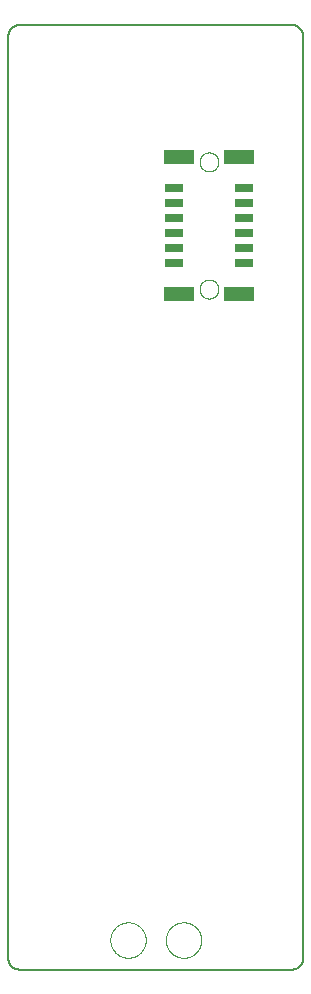
<source format=gbp>
G75*
%MOIN*%
%OFA0B0*%
%FSLAX25Y25*%
%IPPOS*%
%LPD*%
%AMOC8*
5,1,8,0,0,1.08239X$1,22.5*
%
%ADD10C,0.00500*%
%ADD11R,0.05906X0.03150*%
%ADD12R,0.09843X0.04724*%
%ADD13C,0.00000*%
D10*
X0005000Y0013705D02*
X0005000Y0320791D01*
X0005002Y0320915D01*
X0005008Y0321038D01*
X0005017Y0321162D01*
X0005031Y0321284D01*
X0005048Y0321407D01*
X0005070Y0321529D01*
X0005095Y0321650D01*
X0005124Y0321770D01*
X0005156Y0321889D01*
X0005193Y0322008D01*
X0005233Y0322125D01*
X0005276Y0322240D01*
X0005324Y0322355D01*
X0005375Y0322467D01*
X0005429Y0322578D01*
X0005487Y0322688D01*
X0005548Y0322795D01*
X0005613Y0322901D01*
X0005681Y0323004D01*
X0005752Y0323105D01*
X0005826Y0323204D01*
X0005903Y0323301D01*
X0005984Y0323395D01*
X0006067Y0323486D01*
X0006153Y0323575D01*
X0006242Y0323661D01*
X0006333Y0323744D01*
X0006427Y0323825D01*
X0006524Y0323902D01*
X0006623Y0323976D01*
X0006724Y0324047D01*
X0006827Y0324115D01*
X0006933Y0324180D01*
X0007040Y0324241D01*
X0007150Y0324299D01*
X0007261Y0324353D01*
X0007373Y0324404D01*
X0007488Y0324452D01*
X0007603Y0324495D01*
X0007720Y0324535D01*
X0007839Y0324572D01*
X0007958Y0324604D01*
X0008078Y0324633D01*
X0008199Y0324658D01*
X0008321Y0324680D01*
X0008444Y0324697D01*
X0008566Y0324711D01*
X0008690Y0324720D01*
X0008813Y0324726D01*
X0008937Y0324728D01*
X0099488Y0324728D01*
X0099612Y0324726D01*
X0099735Y0324720D01*
X0099859Y0324711D01*
X0099981Y0324697D01*
X0100104Y0324680D01*
X0100226Y0324658D01*
X0100347Y0324633D01*
X0100467Y0324604D01*
X0100586Y0324572D01*
X0100705Y0324535D01*
X0100822Y0324495D01*
X0100937Y0324452D01*
X0101052Y0324404D01*
X0101164Y0324353D01*
X0101275Y0324299D01*
X0101385Y0324241D01*
X0101492Y0324180D01*
X0101598Y0324115D01*
X0101701Y0324047D01*
X0101802Y0323976D01*
X0101901Y0323902D01*
X0101998Y0323825D01*
X0102092Y0323744D01*
X0102183Y0323661D01*
X0102272Y0323575D01*
X0102358Y0323486D01*
X0102441Y0323395D01*
X0102522Y0323301D01*
X0102599Y0323204D01*
X0102673Y0323105D01*
X0102744Y0323004D01*
X0102812Y0322901D01*
X0102877Y0322795D01*
X0102938Y0322688D01*
X0102996Y0322578D01*
X0103050Y0322467D01*
X0103101Y0322355D01*
X0103149Y0322240D01*
X0103192Y0322125D01*
X0103232Y0322008D01*
X0103269Y0321889D01*
X0103301Y0321770D01*
X0103330Y0321650D01*
X0103355Y0321529D01*
X0103377Y0321407D01*
X0103394Y0321284D01*
X0103408Y0321162D01*
X0103417Y0321038D01*
X0103423Y0320915D01*
X0103425Y0320791D01*
X0103425Y0013705D01*
X0103423Y0013581D01*
X0103417Y0013458D01*
X0103408Y0013334D01*
X0103394Y0013212D01*
X0103377Y0013089D01*
X0103355Y0012967D01*
X0103330Y0012846D01*
X0103301Y0012726D01*
X0103269Y0012607D01*
X0103232Y0012488D01*
X0103192Y0012371D01*
X0103149Y0012256D01*
X0103101Y0012141D01*
X0103050Y0012029D01*
X0102996Y0011918D01*
X0102938Y0011808D01*
X0102877Y0011701D01*
X0102812Y0011595D01*
X0102744Y0011492D01*
X0102673Y0011391D01*
X0102599Y0011292D01*
X0102522Y0011195D01*
X0102441Y0011101D01*
X0102358Y0011010D01*
X0102272Y0010921D01*
X0102183Y0010835D01*
X0102092Y0010752D01*
X0101998Y0010671D01*
X0101901Y0010594D01*
X0101802Y0010520D01*
X0101701Y0010449D01*
X0101598Y0010381D01*
X0101492Y0010316D01*
X0101385Y0010255D01*
X0101275Y0010197D01*
X0101164Y0010143D01*
X0101052Y0010092D01*
X0100937Y0010044D01*
X0100822Y0010001D01*
X0100705Y0009961D01*
X0100586Y0009924D01*
X0100467Y0009892D01*
X0100347Y0009863D01*
X0100226Y0009838D01*
X0100104Y0009816D01*
X0099981Y0009799D01*
X0099859Y0009785D01*
X0099735Y0009776D01*
X0099612Y0009770D01*
X0099488Y0009768D01*
X0008937Y0009768D01*
X0008813Y0009770D01*
X0008690Y0009776D01*
X0008566Y0009785D01*
X0008444Y0009799D01*
X0008321Y0009816D01*
X0008199Y0009838D01*
X0008078Y0009863D01*
X0007958Y0009892D01*
X0007839Y0009924D01*
X0007720Y0009961D01*
X0007603Y0010001D01*
X0007488Y0010044D01*
X0007373Y0010092D01*
X0007261Y0010143D01*
X0007150Y0010197D01*
X0007040Y0010255D01*
X0006933Y0010316D01*
X0006827Y0010381D01*
X0006724Y0010449D01*
X0006623Y0010520D01*
X0006524Y0010594D01*
X0006427Y0010671D01*
X0006333Y0010752D01*
X0006242Y0010835D01*
X0006153Y0010921D01*
X0006067Y0011010D01*
X0005984Y0011101D01*
X0005903Y0011195D01*
X0005826Y0011292D01*
X0005752Y0011391D01*
X0005681Y0011492D01*
X0005613Y0011595D01*
X0005548Y0011701D01*
X0005487Y0011808D01*
X0005429Y0011918D01*
X0005375Y0012029D01*
X0005324Y0012141D01*
X0005276Y0012256D01*
X0005233Y0012371D01*
X0005193Y0012488D01*
X0005156Y0012607D01*
X0005124Y0012726D01*
X0005095Y0012846D01*
X0005070Y0012967D01*
X0005048Y0013089D01*
X0005031Y0013212D01*
X0005017Y0013334D01*
X0005008Y0013458D01*
X0005002Y0013581D01*
X0005000Y0013705D01*
D11*
X0060315Y0245260D03*
X0060315Y0250260D03*
X0060315Y0255260D03*
X0060315Y0260260D03*
X0060315Y0265260D03*
X0060315Y0270260D03*
X0083543Y0270260D03*
X0083543Y0265260D03*
X0083543Y0260260D03*
X0083543Y0255260D03*
X0083543Y0250260D03*
X0083543Y0245260D03*
D12*
X0081969Y0234965D03*
X0081969Y0280634D03*
X0061890Y0280634D03*
X0061890Y0234965D03*
D13*
X0068779Y0236598D02*
X0068781Y0236710D01*
X0068787Y0236821D01*
X0068797Y0236933D01*
X0068811Y0237044D01*
X0068828Y0237154D01*
X0068850Y0237264D01*
X0068876Y0237373D01*
X0068905Y0237481D01*
X0068938Y0237587D01*
X0068975Y0237693D01*
X0069016Y0237797D01*
X0069061Y0237900D01*
X0069109Y0238001D01*
X0069160Y0238100D01*
X0069215Y0238197D01*
X0069274Y0238292D01*
X0069335Y0238386D01*
X0069400Y0238477D01*
X0069469Y0238565D01*
X0069540Y0238651D01*
X0069614Y0238735D01*
X0069692Y0238815D01*
X0069772Y0238893D01*
X0069855Y0238969D01*
X0069940Y0239041D01*
X0070028Y0239110D01*
X0070118Y0239176D01*
X0070211Y0239238D01*
X0070306Y0239298D01*
X0070403Y0239354D01*
X0070501Y0239406D01*
X0070602Y0239455D01*
X0070704Y0239500D01*
X0070808Y0239542D01*
X0070913Y0239580D01*
X0071020Y0239614D01*
X0071127Y0239644D01*
X0071236Y0239671D01*
X0071345Y0239693D01*
X0071456Y0239712D01*
X0071566Y0239727D01*
X0071678Y0239738D01*
X0071789Y0239745D01*
X0071901Y0239748D01*
X0072013Y0239747D01*
X0072125Y0239742D01*
X0072236Y0239733D01*
X0072347Y0239720D01*
X0072458Y0239703D01*
X0072568Y0239683D01*
X0072677Y0239658D01*
X0072785Y0239630D01*
X0072892Y0239597D01*
X0072998Y0239561D01*
X0073102Y0239521D01*
X0073205Y0239478D01*
X0073307Y0239431D01*
X0073406Y0239380D01*
X0073504Y0239326D01*
X0073600Y0239268D01*
X0073694Y0239207D01*
X0073785Y0239143D01*
X0073874Y0239076D01*
X0073961Y0239005D01*
X0074045Y0238931D01*
X0074127Y0238855D01*
X0074205Y0238775D01*
X0074281Y0238693D01*
X0074354Y0238608D01*
X0074424Y0238521D01*
X0074490Y0238431D01*
X0074554Y0238339D01*
X0074614Y0238245D01*
X0074671Y0238149D01*
X0074724Y0238050D01*
X0074774Y0237950D01*
X0074820Y0237849D01*
X0074863Y0237745D01*
X0074902Y0237640D01*
X0074937Y0237534D01*
X0074968Y0237427D01*
X0074996Y0237318D01*
X0075019Y0237209D01*
X0075039Y0237099D01*
X0075055Y0236988D01*
X0075067Y0236877D01*
X0075075Y0236766D01*
X0075079Y0236654D01*
X0075079Y0236542D01*
X0075075Y0236430D01*
X0075067Y0236319D01*
X0075055Y0236208D01*
X0075039Y0236097D01*
X0075019Y0235987D01*
X0074996Y0235878D01*
X0074968Y0235769D01*
X0074937Y0235662D01*
X0074902Y0235556D01*
X0074863Y0235451D01*
X0074820Y0235347D01*
X0074774Y0235246D01*
X0074724Y0235146D01*
X0074671Y0235047D01*
X0074614Y0234951D01*
X0074554Y0234857D01*
X0074490Y0234765D01*
X0074424Y0234675D01*
X0074354Y0234588D01*
X0074281Y0234503D01*
X0074205Y0234421D01*
X0074127Y0234341D01*
X0074045Y0234265D01*
X0073961Y0234191D01*
X0073874Y0234120D01*
X0073785Y0234053D01*
X0073694Y0233989D01*
X0073600Y0233928D01*
X0073504Y0233870D01*
X0073406Y0233816D01*
X0073307Y0233765D01*
X0073205Y0233718D01*
X0073102Y0233675D01*
X0072998Y0233635D01*
X0072892Y0233599D01*
X0072785Y0233566D01*
X0072677Y0233538D01*
X0072568Y0233513D01*
X0072458Y0233493D01*
X0072347Y0233476D01*
X0072236Y0233463D01*
X0072125Y0233454D01*
X0072013Y0233449D01*
X0071901Y0233448D01*
X0071789Y0233451D01*
X0071678Y0233458D01*
X0071566Y0233469D01*
X0071456Y0233484D01*
X0071345Y0233503D01*
X0071236Y0233525D01*
X0071127Y0233552D01*
X0071020Y0233582D01*
X0070913Y0233616D01*
X0070808Y0233654D01*
X0070704Y0233696D01*
X0070602Y0233741D01*
X0070501Y0233790D01*
X0070403Y0233842D01*
X0070306Y0233898D01*
X0070211Y0233958D01*
X0070118Y0234020D01*
X0070028Y0234086D01*
X0069940Y0234155D01*
X0069855Y0234227D01*
X0069772Y0234303D01*
X0069692Y0234381D01*
X0069614Y0234461D01*
X0069540Y0234545D01*
X0069469Y0234631D01*
X0069400Y0234719D01*
X0069335Y0234810D01*
X0069274Y0234904D01*
X0069215Y0234999D01*
X0069160Y0235096D01*
X0069109Y0235195D01*
X0069061Y0235296D01*
X0069016Y0235399D01*
X0068975Y0235503D01*
X0068938Y0235609D01*
X0068905Y0235715D01*
X0068876Y0235823D01*
X0068850Y0235932D01*
X0068828Y0236042D01*
X0068811Y0236152D01*
X0068797Y0236263D01*
X0068787Y0236375D01*
X0068781Y0236486D01*
X0068779Y0236598D01*
X0068781Y0236710D01*
X0068787Y0236821D01*
X0068797Y0236933D01*
X0068811Y0237044D01*
X0068828Y0237154D01*
X0068850Y0237264D01*
X0068876Y0237373D01*
X0068905Y0237481D01*
X0068938Y0237587D01*
X0068975Y0237693D01*
X0069016Y0237797D01*
X0069061Y0237900D01*
X0069109Y0238001D01*
X0069160Y0238100D01*
X0069215Y0238197D01*
X0069274Y0238292D01*
X0069335Y0238386D01*
X0069400Y0238477D01*
X0069469Y0238565D01*
X0069540Y0238651D01*
X0069614Y0238735D01*
X0069692Y0238815D01*
X0069772Y0238893D01*
X0069855Y0238969D01*
X0069940Y0239041D01*
X0070028Y0239110D01*
X0070118Y0239176D01*
X0070211Y0239238D01*
X0070306Y0239298D01*
X0070403Y0239354D01*
X0070501Y0239406D01*
X0070602Y0239455D01*
X0070704Y0239500D01*
X0070808Y0239542D01*
X0070913Y0239580D01*
X0071020Y0239614D01*
X0071127Y0239644D01*
X0071236Y0239671D01*
X0071345Y0239693D01*
X0071456Y0239712D01*
X0071566Y0239727D01*
X0071678Y0239738D01*
X0071789Y0239745D01*
X0071901Y0239748D01*
X0072013Y0239747D01*
X0072125Y0239742D01*
X0072236Y0239733D01*
X0072347Y0239720D01*
X0072458Y0239703D01*
X0072568Y0239683D01*
X0072677Y0239658D01*
X0072785Y0239630D01*
X0072892Y0239597D01*
X0072998Y0239561D01*
X0073102Y0239521D01*
X0073205Y0239478D01*
X0073307Y0239431D01*
X0073406Y0239380D01*
X0073504Y0239326D01*
X0073600Y0239268D01*
X0073694Y0239207D01*
X0073785Y0239143D01*
X0073874Y0239076D01*
X0073961Y0239005D01*
X0074045Y0238931D01*
X0074127Y0238855D01*
X0074205Y0238775D01*
X0074281Y0238693D01*
X0074354Y0238608D01*
X0074424Y0238521D01*
X0074490Y0238431D01*
X0074554Y0238339D01*
X0074614Y0238245D01*
X0074671Y0238149D01*
X0074724Y0238050D01*
X0074774Y0237950D01*
X0074820Y0237849D01*
X0074863Y0237745D01*
X0074902Y0237640D01*
X0074937Y0237534D01*
X0074968Y0237427D01*
X0074996Y0237318D01*
X0075019Y0237209D01*
X0075039Y0237099D01*
X0075055Y0236988D01*
X0075067Y0236877D01*
X0075075Y0236766D01*
X0075079Y0236654D01*
X0075079Y0236542D01*
X0075075Y0236430D01*
X0075067Y0236319D01*
X0075055Y0236208D01*
X0075039Y0236097D01*
X0075019Y0235987D01*
X0074996Y0235878D01*
X0074968Y0235769D01*
X0074937Y0235662D01*
X0074902Y0235556D01*
X0074863Y0235451D01*
X0074820Y0235347D01*
X0074774Y0235246D01*
X0074724Y0235146D01*
X0074671Y0235047D01*
X0074614Y0234951D01*
X0074554Y0234857D01*
X0074490Y0234765D01*
X0074424Y0234675D01*
X0074354Y0234588D01*
X0074281Y0234503D01*
X0074205Y0234421D01*
X0074127Y0234341D01*
X0074045Y0234265D01*
X0073961Y0234191D01*
X0073874Y0234120D01*
X0073785Y0234053D01*
X0073694Y0233989D01*
X0073600Y0233928D01*
X0073504Y0233870D01*
X0073406Y0233816D01*
X0073307Y0233765D01*
X0073205Y0233718D01*
X0073102Y0233675D01*
X0072998Y0233635D01*
X0072892Y0233599D01*
X0072785Y0233566D01*
X0072677Y0233538D01*
X0072568Y0233513D01*
X0072458Y0233493D01*
X0072347Y0233476D01*
X0072236Y0233463D01*
X0072125Y0233454D01*
X0072013Y0233449D01*
X0071901Y0233448D01*
X0071789Y0233451D01*
X0071678Y0233458D01*
X0071566Y0233469D01*
X0071456Y0233484D01*
X0071345Y0233503D01*
X0071236Y0233525D01*
X0071127Y0233552D01*
X0071020Y0233582D01*
X0070913Y0233616D01*
X0070808Y0233654D01*
X0070704Y0233696D01*
X0070602Y0233741D01*
X0070501Y0233790D01*
X0070403Y0233842D01*
X0070306Y0233898D01*
X0070211Y0233958D01*
X0070118Y0234020D01*
X0070028Y0234086D01*
X0069940Y0234155D01*
X0069855Y0234227D01*
X0069772Y0234303D01*
X0069692Y0234381D01*
X0069614Y0234461D01*
X0069540Y0234545D01*
X0069469Y0234631D01*
X0069400Y0234719D01*
X0069335Y0234810D01*
X0069274Y0234904D01*
X0069215Y0234999D01*
X0069160Y0235096D01*
X0069109Y0235195D01*
X0069061Y0235296D01*
X0069016Y0235399D01*
X0068975Y0235503D01*
X0068938Y0235609D01*
X0068905Y0235715D01*
X0068876Y0235823D01*
X0068850Y0235932D01*
X0068828Y0236042D01*
X0068811Y0236152D01*
X0068797Y0236263D01*
X0068787Y0236375D01*
X0068781Y0236486D01*
X0068779Y0236598D01*
X0068779Y0279000D02*
X0068781Y0279112D01*
X0068787Y0279223D01*
X0068797Y0279335D01*
X0068811Y0279446D01*
X0068828Y0279556D01*
X0068850Y0279666D01*
X0068876Y0279775D01*
X0068905Y0279883D01*
X0068938Y0279989D01*
X0068975Y0280095D01*
X0069016Y0280199D01*
X0069061Y0280302D01*
X0069109Y0280403D01*
X0069160Y0280502D01*
X0069215Y0280599D01*
X0069274Y0280694D01*
X0069335Y0280788D01*
X0069400Y0280879D01*
X0069469Y0280967D01*
X0069540Y0281053D01*
X0069614Y0281137D01*
X0069692Y0281217D01*
X0069772Y0281295D01*
X0069855Y0281371D01*
X0069940Y0281443D01*
X0070028Y0281512D01*
X0070118Y0281578D01*
X0070211Y0281640D01*
X0070306Y0281700D01*
X0070403Y0281756D01*
X0070501Y0281808D01*
X0070602Y0281857D01*
X0070704Y0281902D01*
X0070808Y0281944D01*
X0070913Y0281982D01*
X0071020Y0282016D01*
X0071127Y0282046D01*
X0071236Y0282073D01*
X0071345Y0282095D01*
X0071456Y0282114D01*
X0071566Y0282129D01*
X0071678Y0282140D01*
X0071789Y0282147D01*
X0071901Y0282150D01*
X0072013Y0282149D01*
X0072125Y0282144D01*
X0072236Y0282135D01*
X0072347Y0282122D01*
X0072458Y0282105D01*
X0072568Y0282085D01*
X0072677Y0282060D01*
X0072785Y0282032D01*
X0072892Y0281999D01*
X0072998Y0281963D01*
X0073102Y0281923D01*
X0073205Y0281880D01*
X0073307Y0281833D01*
X0073406Y0281782D01*
X0073504Y0281728D01*
X0073600Y0281670D01*
X0073694Y0281609D01*
X0073785Y0281545D01*
X0073874Y0281478D01*
X0073961Y0281407D01*
X0074045Y0281333D01*
X0074127Y0281257D01*
X0074205Y0281177D01*
X0074281Y0281095D01*
X0074354Y0281010D01*
X0074424Y0280923D01*
X0074490Y0280833D01*
X0074554Y0280741D01*
X0074614Y0280647D01*
X0074671Y0280551D01*
X0074724Y0280452D01*
X0074774Y0280352D01*
X0074820Y0280251D01*
X0074863Y0280147D01*
X0074902Y0280042D01*
X0074937Y0279936D01*
X0074968Y0279829D01*
X0074996Y0279720D01*
X0075019Y0279611D01*
X0075039Y0279501D01*
X0075055Y0279390D01*
X0075067Y0279279D01*
X0075075Y0279168D01*
X0075079Y0279056D01*
X0075079Y0278944D01*
X0075075Y0278832D01*
X0075067Y0278721D01*
X0075055Y0278610D01*
X0075039Y0278499D01*
X0075019Y0278389D01*
X0074996Y0278280D01*
X0074968Y0278171D01*
X0074937Y0278064D01*
X0074902Y0277958D01*
X0074863Y0277853D01*
X0074820Y0277749D01*
X0074774Y0277648D01*
X0074724Y0277548D01*
X0074671Y0277449D01*
X0074614Y0277353D01*
X0074554Y0277259D01*
X0074490Y0277167D01*
X0074424Y0277077D01*
X0074354Y0276990D01*
X0074281Y0276905D01*
X0074205Y0276823D01*
X0074127Y0276743D01*
X0074045Y0276667D01*
X0073961Y0276593D01*
X0073874Y0276522D01*
X0073785Y0276455D01*
X0073694Y0276391D01*
X0073600Y0276330D01*
X0073504Y0276272D01*
X0073406Y0276218D01*
X0073307Y0276167D01*
X0073205Y0276120D01*
X0073102Y0276077D01*
X0072998Y0276037D01*
X0072892Y0276001D01*
X0072785Y0275968D01*
X0072677Y0275940D01*
X0072568Y0275915D01*
X0072458Y0275895D01*
X0072347Y0275878D01*
X0072236Y0275865D01*
X0072125Y0275856D01*
X0072013Y0275851D01*
X0071901Y0275850D01*
X0071789Y0275853D01*
X0071678Y0275860D01*
X0071566Y0275871D01*
X0071456Y0275886D01*
X0071345Y0275905D01*
X0071236Y0275927D01*
X0071127Y0275954D01*
X0071020Y0275984D01*
X0070913Y0276018D01*
X0070808Y0276056D01*
X0070704Y0276098D01*
X0070602Y0276143D01*
X0070501Y0276192D01*
X0070403Y0276244D01*
X0070306Y0276300D01*
X0070211Y0276360D01*
X0070118Y0276422D01*
X0070028Y0276488D01*
X0069940Y0276557D01*
X0069855Y0276629D01*
X0069772Y0276705D01*
X0069692Y0276783D01*
X0069614Y0276863D01*
X0069540Y0276947D01*
X0069469Y0277033D01*
X0069400Y0277121D01*
X0069335Y0277212D01*
X0069274Y0277306D01*
X0069215Y0277401D01*
X0069160Y0277498D01*
X0069109Y0277597D01*
X0069061Y0277698D01*
X0069016Y0277801D01*
X0068975Y0277905D01*
X0068938Y0278011D01*
X0068905Y0278117D01*
X0068876Y0278225D01*
X0068850Y0278334D01*
X0068828Y0278444D01*
X0068811Y0278554D01*
X0068797Y0278665D01*
X0068787Y0278777D01*
X0068781Y0278888D01*
X0068779Y0279000D01*
X0068781Y0279112D01*
X0068787Y0279223D01*
X0068797Y0279335D01*
X0068811Y0279446D01*
X0068828Y0279556D01*
X0068850Y0279666D01*
X0068876Y0279775D01*
X0068905Y0279883D01*
X0068938Y0279989D01*
X0068975Y0280095D01*
X0069016Y0280199D01*
X0069061Y0280302D01*
X0069109Y0280403D01*
X0069160Y0280502D01*
X0069215Y0280599D01*
X0069274Y0280694D01*
X0069335Y0280788D01*
X0069400Y0280879D01*
X0069469Y0280967D01*
X0069540Y0281053D01*
X0069614Y0281137D01*
X0069692Y0281217D01*
X0069772Y0281295D01*
X0069855Y0281371D01*
X0069940Y0281443D01*
X0070028Y0281512D01*
X0070118Y0281578D01*
X0070211Y0281640D01*
X0070306Y0281700D01*
X0070403Y0281756D01*
X0070501Y0281808D01*
X0070602Y0281857D01*
X0070704Y0281902D01*
X0070808Y0281944D01*
X0070913Y0281982D01*
X0071020Y0282016D01*
X0071127Y0282046D01*
X0071236Y0282073D01*
X0071345Y0282095D01*
X0071456Y0282114D01*
X0071566Y0282129D01*
X0071678Y0282140D01*
X0071789Y0282147D01*
X0071901Y0282150D01*
X0072013Y0282149D01*
X0072125Y0282144D01*
X0072236Y0282135D01*
X0072347Y0282122D01*
X0072458Y0282105D01*
X0072568Y0282085D01*
X0072677Y0282060D01*
X0072785Y0282032D01*
X0072892Y0281999D01*
X0072998Y0281963D01*
X0073102Y0281923D01*
X0073205Y0281880D01*
X0073307Y0281833D01*
X0073406Y0281782D01*
X0073504Y0281728D01*
X0073600Y0281670D01*
X0073694Y0281609D01*
X0073785Y0281545D01*
X0073874Y0281478D01*
X0073961Y0281407D01*
X0074045Y0281333D01*
X0074127Y0281257D01*
X0074205Y0281177D01*
X0074281Y0281095D01*
X0074354Y0281010D01*
X0074424Y0280923D01*
X0074490Y0280833D01*
X0074554Y0280741D01*
X0074614Y0280647D01*
X0074671Y0280551D01*
X0074724Y0280452D01*
X0074774Y0280352D01*
X0074820Y0280251D01*
X0074863Y0280147D01*
X0074902Y0280042D01*
X0074937Y0279936D01*
X0074968Y0279829D01*
X0074996Y0279720D01*
X0075019Y0279611D01*
X0075039Y0279501D01*
X0075055Y0279390D01*
X0075067Y0279279D01*
X0075075Y0279168D01*
X0075079Y0279056D01*
X0075079Y0278944D01*
X0075075Y0278832D01*
X0075067Y0278721D01*
X0075055Y0278610D01*
X0075039Y0278499D01*
X0075019Y0278389D01*
X0074996Y0278280D01*
X0074968Y0278171D01*
X0074937Y0278064D01*
X0074902Y0277958D01*
X0074863Y0277853D01*
X0074820Y0277749D01*
X0074774Y0277648D01*
X0074724Y0277548D01*
X0074671Y0277449D01*
X0074614Y0277353D01*
X0074554Y0277259D01*
X0074490Y0277167D01*
X0074424Y0277077D01*
X0074354Y0276990D01*
X0074281Y0276905D01*
X0074205Y0276823D01*
X0074127Y0276743D01*
X0074045Y0276667D01*
X0073961Y0276593D01*
X0073874Y0276522D01*
X0073785Y0276455D01*
X0073694Y0276391D01*
X0073600Y0276330D01*
X0073504Y0276272D01*
X0073406Y0276218D01*
X0073307Y0276167D01*
X0073205Y0276120D01*
X0073102Y0276077D01*
X0072998Y0276037D01*
X0072892Y0276001D01*
X0072785Y0275968D01*
X0072677Y0275940D01*
X0072568Y0275915D01*
X0072458Y0275895D01*
X0072347Y0275878D01*
X0072236Y0275865D01*
X0072125Y0275856D01*
X0072013Y0275851D01*
X0071901Y0275850D01*
X0071789Y0275853D01*
X0071678Y0275860D01*
X0071566Y0275871D01*
X0071456Y0275886D01*
X0071345Y0275905D01*
X0071236Y0275927D01*
X0071127Y0275954D01*
X0071020Y0275984D01*
X0070913Y0276018D01*
X0070808Y0276056D01*
X0070704Y0276098D01*
X0070602Y0276143D01*
X0070501Y0276192D01*
X0070403Y0276244D01*
X0070306Y0276300D01*
X0070211Y0276360D01*
X0070118Y0276422D01*
X0070028Y0276488D01*
X0069940Y0276557D01*
X0069855Y0276629D01*
X0069772Y0276705D01*
X0069692Y0276783D01*
X0069614Y0276863D01*
X0069540Y0276947D01*
X0069469Y0277033D01*
X0069400Y0277121D01*
X0069335Y0277212D01*
X0069274Y0277306D01*
X0069215Y0277401D01*
X0069160Y0277498D01*
X0069109Y0277597D01*
X0069061Y0277698D01*
X0069016Y0277801D01*
X0068975Y0277905D01*
X0068938Y0278011D01*
X0068905Y0278117D01*
X0068876Y0278225D01*
X0068850Y0278334D01*
X0068828Y0278444D01*
X0068811Y0278554D01*
X0068797Y0278665D01*
X0068787Y0278777D01*
X0068781Y0278888D01*
X0068779Y0279000D01*
X0057559Y0019610D02*
X0057561Y0019763D01*
X0057567Y0019917D01*
X0057577Y0020070D01*
X0057591Y0020222D01*
X0057609Y0020375D01*
X0057631Y0020526D01*
X0057656Y0020677D01*
X0057686Y0020828D01*
X0057720Y0020978D01*
X0057757Y0021126D01*
X0057798Y0021274D01*
X0057843Y0021420D01*
X0057892Y0021566D01*
X0057945Y0021710D01*
X0058001Y0021852D01*
X0058061Y0021993D01*
X0058125Y0022133D01*
X0058192Y0022271D01*
X0058263Y0022407D01*
X0058338Y0022541D01*
X0058415Y0022673D01*
X0058497Y0022803D01*
X0058581Y0022931D01*
X0058669Y0023057D01*
X0058760Y0023180D01*
X0058854Y0023301D01*
X0058952Y0023419D01*
X0059052Y0023535D01*
X0059156Y0023648D01*
X0059262Y0023759D01*
X0059371Y0023867D01*
X0059483Y0023972D01*
X0059597Y0024073D01*
X0059715Y0024172D01*
X0059834Y0024268D01*
X0059956Y0024361D01*
X0060081Y0024450D01*
X0060208Y0024537D01*
X0060337Y0024619D01*
X0060468Y0024699D01*
X0060601Y0024775D01*
X0060736Y0024848D01*
X0060873Y0024917D01*
X0061012Y0024982D01*
X0061152Y0025044D01*
X0061294Y0025102D01*
X0061437Y0025157D01*
X0061582Y0025208D01*
X0061728Y0025255D01*
X0061875Y0025298D01*
X0062023Y0025337D01*
X0062172Y0025373D01*
X0062322Y0025404D01*
X0062473Y0025432D01*
X0062624Y0025456D01*
X0062777Y0025476D01*
X0062929Y0025492D01*
X0063082Y0025504D01*
X0063235Y0025512D01*
X0063388Y0025516D01*
X0063542Y0025516D01*
X0063695Y0025512D01*
X0063848Y0025504D01*
X0064001Y0025492D01*
X0064153Y0025476D01*
X0064306Y0025456D01*
X0064457Y0025432D01*
X0064608Y0025404D01*
X0064758Y0025373D01*
X0064907Y0025337D01*
X0065055Y0025298D01*
X0065202Y0025255D01*
X0065348Y0025208D01*
X0065493Y0025157D01*
X0065636Y0025102D01*
X0065778Y0025044D01*
X0065918Y0024982D01*
X0066057Y0024917D01*
X0066194Y0024848D01*
X0066329Y0024775D01*
X0066462Y0024699D01*
X0066593Y0024619D01*
X0066722Y0024537D01*
X0066849Y0024450D01*
X0066974Y0024361D01*
X0067096Y0024268D01*
X0067215Y0024172D01*
X0067333Y0024073D01*
X0067447Y0023972D01*
X0067559Y0023867D01*
X0067668Y0023759D01*
X0067774Y0023648D01*
X0067878Y0023535D01*
X0067978Y0023419D01*
X0068076Y0023301D01*
X0068170Y0023180D01*
X0068261Y0023057D01*
X0068349Y0022931D01*
X0068433Y0022803D01*
X0068515Y0022673D01*
X0068592Y0022541D01*
X0068667Y0022407D01*
X0068738Y0022271D01*
X0068805Y0022133D01*
X0068869Y0021993D01*
X0068929Y0021852D01*
X0068985Y0021710D01*
X0069038Y0021566D01*
X0069087Y0021420D01*
X0069132Y0021274D01*
X0069173Y0021126D01*
X0069210Y0020978D01*
X0069244Y0020828D01*
X0069274Y0020677D01*
X0069299Y0020526D01*
X0069321Y0020375D01*
X0069339Y0020222D01*
X0069353Y0020070D01*
X0069363Y0019917D01*
X0069369Y0019763D01*
X0069371Y0019610D01*
X0069369Y0019457D01*
X0069363Y0019303D01*
X0069353Y0019150D01*
X0069339Y0018998D01*
X0069321Y0018845D01*
X0069299Y0018694D01*
X0069274Y0018543D01*
X0069244Y0018392D01*
X0069210Y0018242D01*
X0069173Y0018094D01*
X0069132Y0017946D01*
X0069087Y0017800D01*
X0069038Y0017654D01*
X0068985Y0017510D01*
X0068929Y0017368D01*
X0068869Y0017227D01*
X0068805Y0017087D01*
X0068738Y0016949D01*
X0068667Y0016813D01*
X0068592Y0016679D01*
X0068515Y0016547D01*
X0068433Y0016417D01*
X0068349Y0016289D01*
X0068261Y0016163D01*
X0068170Y0016040D01*
X0068076Y0015919D01*
X0067978Y0015801D01*
X0067878Y0015685D01*
X0067774Y0015572D01*
X0067668Y0015461D01*
X0067559Y0015353D01*
X0067447Y0015248D01*
X0067333Y0015147D01*
X0067215Y0015048D01*
X0067096Y0014952D01*
X0066974Y0014859D01*
X0066849Y0014770D01*
X0066722Y0014683D01*
X0066593Y0014601D01*
X0066462Y0014521D01*
X0066329Y0014445D01*
X0066194Y0014372D01*
X0066057Y0014303D01*
X0065918Y0014238D01*
X0065778Y0014176D01*
X0065636Y0014118D01*
X0065493Y0014063D01*
X0065348Y0014012D01*
X0065202Y0013965D01*
X0065055Y0013922D01*
X0064907Y0013883D01*
X0064758Y0013847D01*
X0064608Y0013816D01*
X0064457Y0013788D01*
X0064306Y0013764D01*
X0064153Y0013744D01*
X0064001Y0013728D01*
X0063848Y0013716D01*
X0063695Y0013708D01*
X0063542Y0013704D01*
X0063388Y0013704D01*
X0063235Y0013708D01*
X0063082Y0013716D01*
X0062929Y0013728D01*
X0062777Y0013744D01*
X0062624Y0013764D01*
X0062473Y0013788D01*
X0062322Y0013816D01*
X0062172Y0013847D01*
X0062023Y0013883D01*
X0061875Y0013922D01*
X0061728Y0013965D01*
X0061582Y0014012D01*
X0061437Y0014063D01*
X0061294Y0014118D01*
X0061152Y0014176D01*
X0061012Y0014238D01*
X0060873Y0014303D01*
X0060736Y0014372D01*
X0060601Y0014445D01*
X0060468Y0014521D01*
X0060337Y0014601D01*
X0060208Y0014683D01*
X0060081Y0014770D01*
X0059956Y0014859D01*
X0059834Y0014952D01*
X0059715Y0015048D01*
X0059597Y0015147D01*
X0059483Y0015248D01*
X0059371Y0015353D01*
X0059262Y0015461D01*
X0059156Y0015572D01*
X0059052Y0015685D01*
X0058952Y0015801D01*
X0058854Y0015919D01*
X0058760Y0016040D01*
X0058669Y0016163D01*
X0058581Y0016289D01*
X0058497Y0016417D01*
X0058415Y0016547D01*
X0058338Y0016679D01*
X0058263Y0016813D01*
X0058192Y0016949D01*
X0058125Y0017087D01*
X0058061Y0017227D01*
X0058001Y0017368D01*
X0057945Y0017510D01*
X0057892Y0017654D01*
X0057843Y0017800D01*
X0057798Y0017946D01*
X0057757Y0018094D01*
X0057720Y0018242D01*
X0057686Y0018392D01*
X0057656Y0018543D01*
X0057631Y0018694D01*
X0057609Y0018845D01*
X0057591Y0018998D01*
X0057577Y0019150D01*
X0057567Y0019303D01*
X0057561Y0019457D01*
X0057559Y0019610D01*
X0039055Y0019610D02*
X0039057Y0019763D01*
X0039063Y0019917D01*
X0039073Y0020070D01*
X0039087Y0020222D01*
X0039105Y0020375D01*
X0039127Y0020526D01*
X0039152Y0020677D01*
X0039182Y0020828D01*
X0039216Y0020978D01*
X0039253Y0021126D01*
X0039294Y0021274D01*
X0039339Y0021420D01*
X0039388Y0021566D01*
X0039441Y0021710D01*
X0039497Y0021852D01*
X0039557Y0021993D01*
X0039621Y0022133D01*
X0039688Y0022271D01*
X0039759Y0022407D01*
X0039834Y0022541D01*
X0039911Y0022673D01*
X0039993Y0022803D01*
X0040077Y0022931D01*
X0040165Y0023057D01*
X0040256Y0023180D01*
X0040350Y0023301D01*
X0040448Y0023419D01*
X0040548Y0023535D01*
X0040652Y0023648D01*
X0040758Y0023759D01*
X0040867Y0023867D01*
X0040979Y0023972D01*
X0041093Y0024073D01*
X0041211Y0024172D01*
X0041330Y0024268D01*
X0041452Y0024361D01*
X0041577Y0024450D01*
X0041704Y0024537D01*
X0041833Y0024619D01*
X0041964Y0024699D01*
X0042097Y0024775D01*
X0042232Y0024848D01*
X0042369Y0024917D01*
X0042508Y0024982D01*
X0042648Y0025044D01*
X0042790Y0025102D01*
X0042933Y0025157D01*
X0043078Y0025208D01*
X0043224Y0025255D01*
X0043371Y0025298D01*
X0043519Y0025337D01*
X0043668Y0025373D01*
X0043818Y0025404D01*
X0043969Y0025432D01*
X0044120Y0025456D01*
X0044273Y0025476D01*
X0044425Y0025492D01*
X0044578Y0025504D01*
X0044731Y0025512D01*
X0044884Y0025516D01*
X0045038Y0025516D01*
X0045191Y0025512D01*
X0045344Y0025504D01*
X0045497Y0025492D01*
X0045649Y0025476D01*
X0045802Y0025456D01*
X0045953Y0025432D01*
X0046104Y0025404D01*
X0046254Y0025373D01*
X0046403Y0025337D01*
X0046551Y0025298D01*
X0046698Y0025255D01*
X0046844Y0025208D01*
X0046989Y0025157D01*
X0047132Y0025102D01*
X0047274Y0025044D01*
X0047414Y0024982D01*
X0047553Y0024917D01*
X0047690Y0024848D01*
X0047825Y0024775D01*
X0047958Y0024699D01*
X0048089Y0024619D01*
X0048218Y0024537D01*
X0048345Y0024450D01*
X0048470Y0024361D01*
X0048592Y0024268D01*
X0048711Y0024172D01*
X0048829Y0024073D01*
X0048943Y0023972D01*
X0049055Y0023867D01*
X0049164Y0023759D01*
X0049270Y0023648D01*
X0049374Y0023535D01*
X0049474Y0023419D01*
X0049572Y0023301D01*
X0049666Y0023180D01*
X0049757Y0023057D01*
X0049845Y0022931D01*
X0049929Y0022803D01*
X0050011Y0022673D01*
X0050088Y0022541D01*
X0050163Y0022407D01*
X0050234Y0022271D01*
X0050301Y0022133D01*
X0050365Y0021993D01*
X0050425Y0021852D01*
X0050481Y0021710D01*
X0050534Y0021566D01*
X0050583Y0021420D01*
X0050628Y0021274D01*
X0050669Y0021126D01*
X0050706Y0020978D01*
X0050740Y0020828D01*
X0050770Y0020677D01*
X0050795Y0020526D01*
X0050817Y0020375D01*
X0050835Y0020222D01*
X0050849Y0020070D01*
X0050859Y0019917D01*
X0050865Y0019763D01*
X0050867Y0019610D01*
X0050865Y0019457D01*
X0050859Y0019303D01*
X0050849Y0019150D01*
X0050835Y0018998D01*
X0050817Y0018845D01*
X0050795Y0018694D01*
X0050770Y0018543D01*
X0050740Y0018392D01*
X0050706Y0018242D01*
X0050669Y0018094D01*
X0050628Y0017946D01*
X0050583Y0017800D01*
X0050534Y0017654D01*
X0050481Y0017510D01*
X0050425Y0017368D01*
X0050365Y0017227D01*
X0050301Y0017087D01*
X0050234Y0016949D01*
X0050163Y0016813D01*
X0050088Y0016679D01*
X0050011Y0016547D01*
X0049929Y0016417D01*
X0049845Y0016289D01*
X0049757Y0016163D01*
X0049666Y0016040D01*
X0049572Y0015919D01*
X0049474Y0015801D01*
X0049374Y0015685D01*
X0049270Y0015572D01*
X0049164Y0015461D01*
X0049055Y0015353D01*
X0048943Y0015248D01*
X0048829Y0015147D01*
X0048711Y0015048D01*
X0048592Y0014952D01*
X0048470Y0014859D01*
X0048345Y0014770D01*
X0048218Y0014683D01*
X0048089Y0014601D01*
X0047958Y0014521D01*
X0047825Y0014445D01*
X0047690Y0014372D01*
X0047553Y0014303D01*
X0047414Y0014238D01*
X0047274Y0014176D01*
X0047132Y0014118D01*
X0046989Y0014063D01*
X0046844Y0014012D01*
X0046698Y0013965D01*
X0046551Y0013922D01*
X0046403Y0013883D01*
X0046254Y0013847D01*
X0046104Y0013816D01*
X0045953Y0013788D01*
X0045802Y0013764D01*
X0045649Y0013744D01*
X0045497Y0013728D01*
X0045344Y0013716D01*
X0045191Y0013708D01*
X0045038Y0013704D01*
X0044884Y0013704D01*
X0044731Y0013708D01*
X0044578Y0013716D01*
X0044425Y0013728D01*
X0044273Y0013744D01*
X0044120Y0013764D01*
X0043969Y0013788D01*
X0043818Y0013816D01*
X0043668Y0013847D01*
X0043519Y0013883D01*
X0043371Y0013922D01*
X0043224Y0013965D01*
X0043078Y0014012D01*
X0042933Y0014063D01*
X0042790Y0014118D01*
X0042648Y0014176D01*
X0042508Y0014238D01*
X0042369Y0014303D01*
X0042232Y0014372D01*
X0042097Y0014445D01*
X0041964Y0014521D01*
X0041833Y0014601D01*
X0041704Y0014683D01*
X0041577Y0014770D01*
X0041452Y0014859D01*
X0041330Y0014952D01*
X0041211Y0015048D01*
X0041093Y0015147D01*
X0040979Y0015248D01*
X0040867Y0015353D01*
X0040758Y0015461D01*
X0040652Y0015572D01*
X0040548Y0015685D01*
X0040448Y0015801D01*
X0040350Y0015919D01*
X0040256Y0016040D01*
X0040165Y0016163D01*
X0040077Y0016289D01*
X0039993Y0016417D01*
X0039911Y0016547D01*
X0039834Y0016679D01*
X0039759Y0016813D01*
X0039688Y0016949D01*
X0039621Y0017087D01*
X0039557Y0017227D01*
X0039497Y0017368D01*
X0039441Y0017510D01*
X0039388Y0017654D01*
X0039339Y0017800D01*
X0039294Y0017946D01*
X0039253Y0018094D01*
X0039216Y0018242D01*
X0039182Y0018392D01*
X0039152Y0018543D01*
X0039127Y0018694D01*
X0039105Y0018845D01*
X0039087Y0018998D01*
X0039073Y0019150D01*
X0039063Y0019303D01*
X0039057Y0019457D01*
X0039055Y0019610D01*
M02*

</source>
